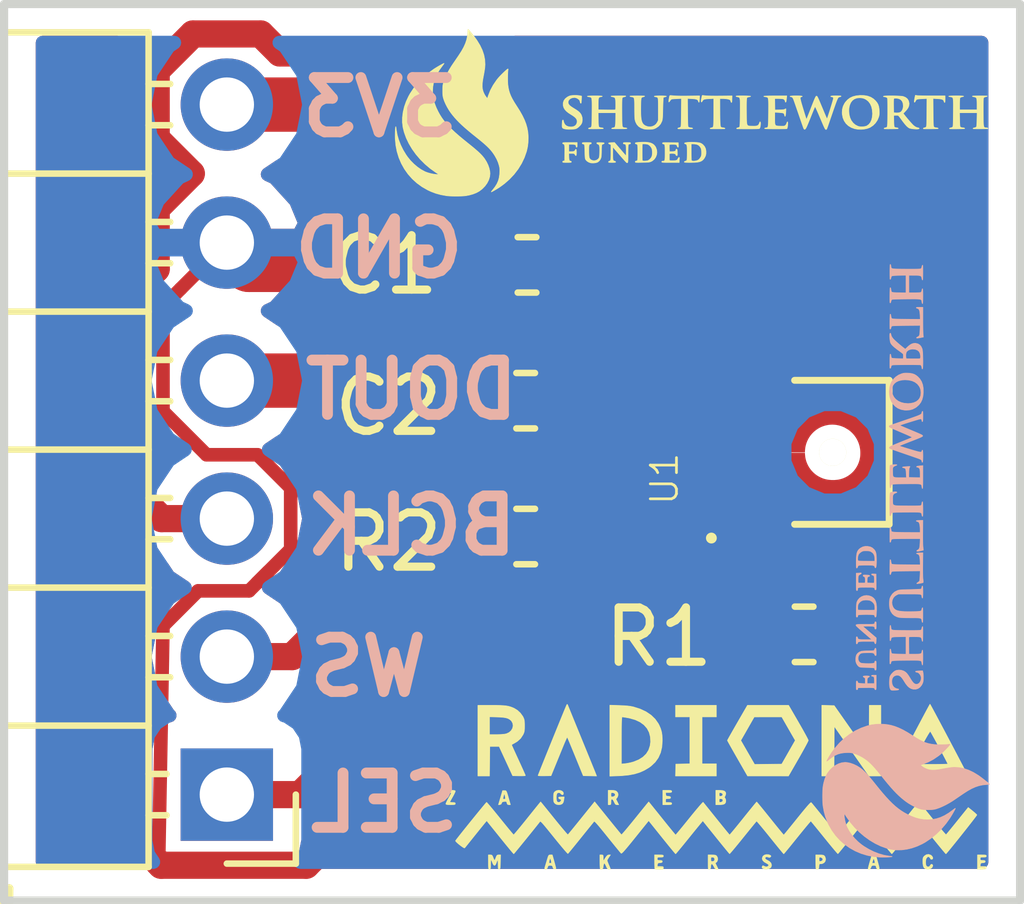
<source format=kicad_pcb>
(kicad_pcb (version 20171130) (host pcbnew 5.0.1+dfsg1-3~bpo9+1)
  (layers (0 F.Cu signal hide) (31 B.Cu signal hide) (34 B.Paste user) (35 F.Paste user) (36 B.SilkS user) (37 F.SilkS user) (38 B.Mask user) (39 F.Mask user hide) (44 Edge.Cuts user))
  (net 0 "")
  (net 1 3V3)
  (net 2 GND)
  (net 3 SELECT)
  (net 4 WS)
  (net 5 BCLK)
  (net 6 DOUT)
  (net 7 DOUT_MIC)
  (module Capacitor_SMD:C_0603_1608Metric_Pad1.05x0.95mm_HandSolder (layer F.Cu) (at 161.925 83.3 180)
    (fp_text reference C1 (at 2.625 0 180) (layer F.SilkS))
    (fp_text value 100nF)
    (pad 1 smd roundrect (at -0.875 0 180) (size 1.05 0.95) (layers F.Cu F.Paste F.Mask) (net 1 3V3))
    (pad 2 smd roundrect (at 0.875 0 180) (size 1.05 0.95) (layers F.Cu F.Paste F.Mask) (net 2 GND))
  )
  (module Capacitor_SMD:C_0603_1608Metric_Pad1.05x0.95mm_HandSolder (layer F.Cu) (at 161.9 85.8 180)
    (fp_text reference C2 (at 2.525 -0.1 180) (layer F.SilkS))
    (fp_text value 220pF)
    (pad 2 smd roundrect (at 0.875 0 180) (size 1.05 0.95) (layers F.Cu F.Paste F.Mask) (net 2 GND))
    (pad 1 smd roundrect (at -0.875 0 180) (size 1.05 0.95) (layers F.Cu F.Paste F.Mask) (net 1 3V3))
  )
  (module Resistor_SMD:R_0603_1608Metric_Pad1.05x0.95mm_HandSolder (layer F.Cu) (at 167.025 90.1)
    (fp_text reference R1 (at -2.675 0.05) (layer F.SilkS))
    (fp_text value 1K)
    (pad 2 smd roundrect (at 0.875 0) (size 1.05 0.95) (layers F.Cu F.Paste F.Mask) (net 2 GND))
    (pad 1 smd roundrect (at -0.875 0) (size 1.05 0.95) (layers F.Cu F.Paste F.Mask) (net 3 SELECT))
  )
  (module Resistor_SMD:R_0603_1608Metric_Pad1.05x0.95mm_HandSolder (layer F.Cu) (at 161.9 88.3 180)
    (fp_text reference R2 (at 2.525 -0.1 180) (layer F.SilkS))
    (fp_text value 68R)
    (pad 1 smd roundrect (at -0.875 0 180) (size 1.05 0.95) (layers F.Cu F.Paste F.Mask) (net 7 DOUT_MIC))
    (pad 2 smd roundrect (at 0.875 0 180) (size 1.05 0.95) (layers F.Cu F.Paste F.Mask) (net 6 DOUT))
  )
  (module SPH0645LM4H-B:MIC_SPH0645LM4H-B (layer F.Cu) (at 167.55 86.75 90)
    (fp_text reference U1 (at -0.48826 -3.09539 90) (layer F.SilkS) (effects (font (size 0.482429 0.482429) (thickness 0.05))))
    (fp_text value "" (at -0.181738 1.7423 90) (layer F.SilkS) (effects (font (size 0.481966 0.481966) (thickness 0.05))))
    (fp_poly (pts (xy -0.01 -0.51) (xy -0.01 -0.81) (xy -0.035814 -0.810016) (xy -0.077393 -0.807837) (xy -0.118801 -0.803485) (xy -0.159925 -0.796972) (xy -0.200652 -0.788315) (xy -0.240869 -0.777539) (xy -0.280468 -0.764673) (xy -0.319339 -0.749752) (xy -0.357376 -0.732817) (xy -0.394475 -0.713915) (xy -0.430533 -0.693097) (xy -0.465452 -0.67042) (xy -0.499137 -0.645947) (xy -0.531495 -0.619745) (xy -0.562437 -0.591885) (xy -0.591878 -0.562444) (xy -0.619739 -0.531502) (xy -0.645942 -0.499145) (xy -0.670415 -0.46546) (xy -0.693092 -0.430541) (xy -0.713911 -0.394483) (xy -0.732813 -0.357385) (xy -0.749749 -0.319348) (xy -0.76467 -0.280477) (xy -0.777537 -0.240879) (xy -0.788313 -0.200661) (xy -0.79697 -0.159934) (xy -0.803484 -0.118811) (xy -0.807836 -0.077402) (xy -0.810015 -0.035823) (xy -0.81 -0.02) (xy -0.81 0.001729) (xy -0.807725 0.045138) (xy -0.803182 0.088369) (xy -0.796382 0.131302) (xy -0.787345 0.173821) (xy -0.776094 0.215809) (xy -0.762662 0.25715) (xy -0.747085 0.297731) (xy -0.729405 0.337442) (xy -0.70967 0.376173) (xy -0.687936 0.413818) (xy -0.664262 0.450274) (xy -0.638712 0.485441) (xy -0.611356 0.519223) (xy -0.58227 0.551526) (xy -0.551534 0.582264) (xy -0.51923 0.61135) (xy -0.485449 0.638706) (xy -0.450282 0.664256) (xy -0.413827 0.687931) (xy -0.376182 0.709666) (xy -0.337451 0.7294) (xy -0.297741 0.747081) (xy -0.257159 0.762659) (xy -0.215818 0.776092) (xy -0.173831 0.787342) (xy -0.131312 0.79638) (xy -0.088379 0.803181) (xy -0.045148 0.807725) (xy -0.001739 0.81) (xy 0.02 0.81) (xy 0.03 0.81) (xy 0.05042 0.81) (xy 0.091214 0.807862) (xy 0.131841 0.803593) (xy 0.172188 0.797202) (xy 0.212145 0.788709) (xy 0.251603 0.778137) (xy 0.290454 0.765514) (xy 0.328591 0.750875) (xy 0.36591 0.73426) (xy 0.402307 0.715714) (xy 0.437685 0.69529) (xy 0.471944 0.673041) (xy 0.504993 0.64903) (xy 0.536739 0.623323) (xy 0.567097 0.595989) (xy 0.595983 0.567104) (xy 0.623317 0.536747) (xy 0.649025 0.505) (xy 0.673036 0.471952) (xy 0.695285 0.437692) (xy 0.71571 0.402315) (xy 0.734256 0.365918) (xy 0.750871 0.3286) (xy 0.765511 0.290463) (xy 0.778134 0.251612) (xy 0.788707 0.212154) (xy 0.797201 0.172197) (xy 0.803591 0.13185) (xy 0.807862 0.091224) (xy 0.81 0.05043) (xy 0.81 0.03) (xy 0.81 0) (xy 0.81 -0.021206) (xy 0.80778 -0.063569) (xy 0.803346 -0.105758) (xy 0.79671 -0.147657) (xy 0.787891 -0.189151) (xy 0.776911 -0.230127) (xy 0.763803 -0.270472) (xy 0.748601 -0.310075) (xy 0.731347 -0.348829) (xy 0.712088 -0.386627) (xy 0.690878 -0.423365) (xy 0.667774 -0.458942) (xy 0.642839 -0.493262) (xy 0.616143 -0.526229) (xy 0.587758 -0.557755) (xy 0.557762 -0.587751) (xy 0.526237 -0.616137) (xy 0.49327 -0.642833) (xy 0.45895 -0.667768) (xy 0.423373 -0.690873) (xy 0.386635 -0.712083) (xy 0.348838 -0.731342) (xy 0.310084 -0.748597) (xy 0.270481 -0.7638) (xy 0.230136 -0.776909) (xy 0.18916 -0.787888) (xy 0.147666 -0.796708) (xy 0.105767 -0.803345) (xy 0.063578 -0.807779) (xy 0.021215 -0.81) (xy 0 -0.81) (xy 0 -0.51) (xy 0.009406 -0.510179) (xy 0.035839 -0.509256) (xy 0.062187 -0.506951) (xy 0.088379 -0.50327) (xy 0.114342 -0.498223) (xy 0.140005 -0.491825) (xy 0.165299 -0.484092) (xy 0.190153 -0.475046) (xy 0.214499 -0.464712) (xy 0.238272 -0.453117) (xy 0.261405 -0.440295) (xy 0.283835 -0.426279) (xy 0.305501 -0.411109) (xy 0.326343 -0.394825) (xy 0.346304 -0.377473) (xy 0.36533 -0.3591) (xy 0.383369 -0.339756) (xy 0.40037 -0.319495) (xy 0.416288 -0.298372) (xy 0.431078 -0.276445) (xy 0.4447 -0.253774) (xy 0.457118 -0.230421) (xy 0.468296 -0.20645) (xy 0.478204 -0.181927) (xy 0.486815 -0.156919) (xy 0.494105 -0.131494) (xy 0.500055 -0.105723) (xy 0.504648 -0.079676) (xy 0.507872 -0.053424) (xy 0.509717 -0.027039) (xy 0.51 -0.01) (xy 0.51 0.003614) (xy 0.508575 0.03081) (xy 0.505728 0.057894) (xy 0.501468 0.084792) (xy 0.495806 0.11143) (xy 0.488758 0.137736) (xy 0.480343 0.163636) (xy 0.470583 0.189061) (xy 0.459507 0.21394) (xy 0.447143 0.238205) (xy 0.433526 0.26179) (xy 0.418694 0.28463) (xy 0.402687 0.306662) (xy 0.385549 0.327826) (xy 0.367326 0.348065) (xy 0.348069 0.367322) (xy 0.327831 0.385545) (xy 0.306667 0.402683) (xy 0.284635 0.418691) (xy 0.261795 0.433523) (xy 0.23821 0.44714) (xy 0.213945 0.459504) (xy 0.189066 0.470581) (xy 0.163642 0.48034) (xy 0.137742 0.488756) (xy 0.111436 0.495805) (xy 0.084798 0.501467) (xy 0.0579 0.505728) (xy 0.030816 0.508574) (xy 0.00362 0.51) (xy -0.01 0.51) (xy -0.02 0.51) (xy -0.032828 0.51) (xy -0.058455 0.508657) (xy -0.083977 0.505975) (xy -0.109323 0.501961) (xy -0.134425 0.496625) (xy -0.159212 0.489983) (xy -0.183619 0.482054) (xy -0.207576 0.472857) (xy -0.23102 0.46242) (xy -0.253885 0.450769) (xy -0.27611 0.437938) (xy -0.297632 0.423962) (xy -0.318393 0.408878) (xy -0.338336 0.392728) (xy -0.357407 0.375557) (xy -0.375553 0.357411) (xy -0.392725 0.338341) (xy -0.408875 0.318398) (xy -0.423959 0.297637) (xy -0.437935 0.276115) (xy -0.450767 0.25389) (xy -0.462417 0.231025) (xy -0.472855 0.207582) (xy -0.482052 0.183624) (xy -0.489982 0.159218) (xy -0.496624 0.13443) (xy -0.501959 0.109329) (xy -0.505974 0.083983) (xy -0.508657 0.058461) (xy -0.51 0.032834) (xy -0.51 0.02) (xy -0.51 -0.01) (xy -0.51 -0.02309) (xy -0.50863 -0.04924) (xy -0.505893 -0.075283) (xy -0.501796 -0.101146) (xy -0.496352 -0.12676) (xy -0.489575 -0.152053) (xy -0.481483 -0.176958) (xy -0.472099 -0.201405) (xy -0.461449 -0.225327) (xy -0.449561 -0.248658) (xy -0.436468 -0.271336) (xy -0.422206 -0.293298) (xy -0.406814 -0.314483) (xy -0.390335 -0.334833) (xy -0.372814 -0.354293) (xy -0.354297 -0.372809) (xy -0.334838 -0.390331) (xy -0.314487 -0.406811) (xy -0.293303 -0.422203) (xy -0.271341 -0.436465) (xy -0.248664 -0.449558) (xy -0.225332 -0.461446) (xy -0.20141 -0.472097) (xy -0.176963 -0.481481) (xy -0.152059 -0.489573) (xy -0.126766 -0.496351) (xy -0.101152 -0.501795) (xy -0.075288 -0.505892) (xy -0.049246 -0.508629) (xy -0.023096 -0.51)) (layer F.Cu) (width 0.001))
    (pad 2 smd rect (at -0.9 -1.252 90) (size 0.6 0.522) (layers F.Cu F.Paste F.Mask) (net 3 SELECT))
    (pad 1 smd rect (at -0.9 -2.074 90) (size 0.6 0.522) (layers F.Cu F.Paste F.Mask) (net 4 WS))
    (pad 6 smd rect (at 0 -2.074 90) (size 0.6 0.522) (layers F.Cu F.Paste F.Mask) (net 7 DOUT_MIC))
    (pad 5 smd rect (at 0.9 -2.074 90) (size 0.6 0.522) (layers F.Cu F.Paste F.Mask) (net 1 3V3))
    (pad 4 smd rect (at 0.9 -1.252 90) (size 0.6 0.522) (layers F.Cu F.Paste F.Mask) (net 5 BCLK))
    (pad 3 smd rect (at 0.65 -0.02 90) (size 0.1 0.1) (layers F.Cu F.Paste F.Mask) (net 2 GND))
    (pad Hole np_thru_hole circle (at 0 0 90) (size 0.5 0.5) (drill 0.5) (layers *.Cu *.Mask F.SilkS))
  )
  (module Connector_PinHeader_2.54mm:PinHeader_1x06_P2.54mm_Horizontal (layer F.Cu) (at 156.4 93.05 180)
    (fp_text reference J1 (at 4.385 -2.27 180) (layer F.SilkS))
    (fp_text value I2S_PMOD)
    (pad 1 thru_hole rect (at 0 0 180) (size 1.7 1.7) (drill 1) (layers *.Cu *.Mask) (net 3 SELECT))
    (pad 2 thru_hole oval (at 0 2.54 180) (size 1.7 1.7) (drill 1) (layers *.Cu *.Mask) (net 4 WS))
    (pad 3 thru_hole oval (at 0 5.08 180) (size 1.7 1.7) (drill 1) (layers *.Cu *.Mask) (net 5 BCLK))
    (pad 4 thru_hole oval (at 0 7.62 180) (size 1.7 1.7) (drill 1) (layers *.Cu *.Mask) (net 6 DOUT))
    (pad 5 thru_hole oval (at 0 10.16 180) (size 1.7 1.7) (drill 1) (layers *.Cu *.Mask) (net 2 GND))
    (pad 6 thru_hole oval (at 0 12.7 180) (size 1.7 1.7) (drill 1) (layers *.Cu *.Mask) (net 1 3V3))
  )
  (module parts:radiona-10mm (layer F.Cu) (at 165.4 92.9)
    (fp_text reference G*** hide)
    (fp_text value LOGO hide)
  )
  (module parts:shutleworth-12mm (layer F.Cu) (at 164.9 80.5)
    (fp_text reference G*** hide)
    (fp_text value LOGO hide)
  )
  (module parts:shutleworth-12mm (layer B.Cu) (at 168.9 88.8 90)
    (fp_text reference G*** hide)
    (fp_text value LOGO hide)
  )
  (gr_text SEL (at 159.3 93.2) (layer B.SilkS) (effects (font (size 1 1) (thickness 0.2)) (justify mirror)))
  (gr_text WS (at 159 90.7) (layer B.SilkS) (effects (font (size 1 1) (thickness 0.2)) (justify mirror)))
  (gr_text BCLK (at 159.8 88.1) (layer B.SilkS) (effects (font (size 1 1) (thickness 0.2)) (justify mirror)))
  (gr_text DOUT (at 159.8 85.6) (layer B.SilkS) (effects (font (size 1 1) (thickness 0.2)) (justify mirror)))
  (gr_text GND (at 159.2 83) (layer B.SilkS) (effects (font (size 1 1) (thickness 0.2)) (justify mirror)))
  (gr_text 3V3 (at 159.2 80.4) (layer B.SilkS) (effects (font (size 1 1) (thickness 0.2)) (justify mirror)))
  (gr_line (start 152.3 95) (end 152.3 78.5) (layer Edge.Cuts) (width 0.15))
  (gr_line (start 171 95) (end 152.3 95) (layer Edge.Cuts) (width 0.15))
  (gr_line (start 171 78.5) (end 171 95) (layer Edge.Cuts) (width 0.15))
  (gr_line (start 152.3 78.5) (end 171 78.5) (layer Edge.Cuts) (width 0.15))
  (segment (start 162.8 85.775) (end 162.775 85.8) (width 1) (layer F.Cu) (net 1))
  (segment (start 162.8 83.3) (end 162.8 85.775) (width 1) (layer F.Cu) (net 1))
  (segment (start 162.825 85.85) (end 162.775 85.8) (width 0.5) (layer F.Cu) (net 1))
  (segment (start 165.476 85.85) (end 162.825 85.85) (width 0.5) (layer F.Cu) (net 1))
  (segment (start 160.304482 80.4) (end 160.254482 80.35) (width 0.5) (layer F.Cu) (net 1))
  (segment (start 160 80.35) (end 156.4 80.35) (width 0.75) (layer F.Cu) (net 1))
  (segment (start 160.254482 80.35) (end 160 80.35) (width 0.5) (layer F.Cu) (net 1))
  (segment (start 162.300928 82.396446) (end 160.254482 80.35) (width 1) (layer F.Cu) (net 1))
  (segment (start 162.300928 82.800928) (end 162.300928 82.396446) (width 1) (layer F.Cu) (net 1))
  (segment (start 162.8 83.3) (end 162.300928 82.800928) (width 1) (layer F.Cu) (net 1))
  (segment (start 160.254482 80.35) (end 156.4 80.35) (width 1) (layer F.Cu) (net 1))
  (segment (start 161.05 85.775) (end 161.025 85.8) (width 1) (layer F.Cu) (net 2))
  (segment (start 161.05 83.3) (end 161.05 85.775) (width 1) (layer F.Cu) (net 2))
  (segment (start 168.399072 89.600928) (end 168.399072 86.200928) (width 0.5) (layer F.Cu) (net 2))
  (segment (start 167.9 90.1) (end 168.399072 89.600928) (width 0.5) (layer F.Cu) (net 2))
  (segment (start 168.298144 86.1) (end 167.936002 86.1) (width 0.5) (layer F.Cu) (net 2))
  (segment (start 168.399072 86.200928) (end 168.298144 86.1) (width 0.5) (layer F.Cu) (net 2))
  (segment (start 156.81 83.3) (end 156.4 82.89) (width 1) (layer F.Cu) (net 2))
  (segment (start 161.05 83.3) (end 156.81 83.3) (width 1) (layer F.Cu) (net 2))
  (segment (start 155.224999 89.945999) (end 155.870998 89.3) (width 0.25) (layer F.Cu) (net 2))
  (segment (start 155.870998 89.3) (end 156.809002 89.3) (width 0.25) (layer F.Cu) (net 2))
  (segment (start 155.224999 85.994001) (end 155.224999 84.065001) (width 0.25) (layer F.Cu) (net 2))
  (segment (start 156.964001 86.794999) (end 156.025997 86.794999) (width 0.25) (layer F.Cu) (net 2))
  (segment (start 155.550001 83.739999) (end 156.4 82.89) (width 0.25) (layer F.Cu) (net 2))
  (segment (start 155.224999 84.065001) (end 155.550001 83.739999) (width 0.25) (layer F.Cu) (net 2))
  (segment (start 157.575001 87.405999) (end 156.964001 86.794999) (width 0.25) (layer F.Cu) (net 2))
  (segment (start 156.025997 86.794999) (end 155.224999 85.994001) (width 0.25) (layer F.Cu) (net 2))
  (segment (start 157.575001 88.534001) (end 157.575001 87.405999) (width 0.25) (layer F.Cu) (net 2))
  (segment (start 156.959002 89.15) (end 157.575001 88.534001) (width 0.25) (layer F.Cu) (net 2))
  (segment (start 156.959002 89.15) (end 157.159002 88.95) (width 0.25) (layer F.Cu) (net 2))
  (segment (start 156.809002 89.3) (end 156.959002 89.15) (width 0.25) (layer F.Cu) (net 2))
  (segment (start 155.144999 94.305001) (end 155.224999 89.945999) (width 0.25) (layer F.Cu) (net 2))
  (segment (start 168.399072 86.200928) (end 168.188181 86.200928) (width 0.5) (layer F.Cu) (net 2))
  (segment (start 157.860035 94.35) (end 155.189998 94.35) (width 0.5) (layer F.Cu) (net 2))
  (segment (start 167.9 90.1) (end 166.900011 91.099989) (width 0.5) (layer F.Cu) (net 2))
  (segment (start 166.900011 91.099989) (end 161.110046 91.099989) (width 0.5) (layer F.Cu) (net 2))
  (segment (start 155.189998 94.35) (end 155.144999 94.305001) (width 0.5) (layer F.Cu) (net 2))
  (segment (start 161.110046 91.099989) (end 157.860035 94.35) (width 0.5) (layer F.Cu) (net 2))
  (segment (start 166.298 89.952) (end 166.15 90.1) (width 0.5) (layer F.Cu) (net 3))
  (segment (start 166.298 87.65) (end 166.298 89.952) (width 0.5) (layer F.Cu) (net 3))
  (segment (start 166.15 90.1) (end 165.525 90.1) (width 0.5) (layer F.Cu) (net 3))
  (segment (start 165.225022 90.399978) (end 160.400022 90.399978) (width 0.5) (layer F.Cu) (net 3))
  (segment (start 160.400022 90.399978) (end 157.75 93.05) (width 0.5) (layer F.Cu) (net 3))
  (segment (start 165.525 90.1) (end 165.225022 90.399978) (width 0.5) (layer F.Cu) (net 3))
  (segment (start 157.75 93.05) (end 156.4 93.05) (width 0.5) (layer F.Cu) (net 3))
  (segment (start 157.602081 90.51) (end 156.4 90.51) (width 0.5) (layer F.Cu) (net 4))
  (segment (start 165.476 87.65) (end 165.476 87.689) (width 0.5) (layer F.Cu) (net 4))
  (segment (start 165.476 87.689) (end 163.465033 89.699967) (width 0.5) (layer F.Cu) (net 4))
  (segment (start 163.465033 89.699967) (end 158.412114 89.699967) (width 0.5) (layer F.Cu) (net 4))
  (segment (start 158.412114 89.699967) (end 157.602081 90.51) (width 0.5) (layer F.Cu) (net 4))
  (segment (start 157.373992 79.39999) (end 157.024001 79.049999) (width 0.5) (layer F.Cu) (net 5))
  (segment (start 157.024001 79.049999) (end 155.775999 79.049999) (width 0.5) (layer F.Cu) (net 5))
  (segment (start 163.250938 82.002939) (end 160.647989 79.39999) (width 0.5) (layer F.Cu) (net 5))
  (segment (start 155.775999 79.049999) (end 155.099999 79.725999) (width 0.5) (layer F.Cu) (net 5))
  (segment (start 155.099999 82.265999) (end 155.099999 83.376815) (width 0.5) (layer F.Cu) (net 5))
  (segment (start 154.649991 87.422072) (end 155.197919 87.97) (width 0.5) (layer F.Cu) (net 5))
  (segment (start 163.250938 82.253649) (end 163.250938 82.002939) (width 0.5) (layer F.Cu) (net 5))
  (segment (start 154.649991 83.826823) (end 154.649991 87.422072) (width 0.5) (layer F.Cu) (net 5))
  (segment (start 155.745998 81.62) (end 155.099999 82.265999) (width 0.5) (layer F.Cu) (net 5))
  (segment (start 155.099999 79.725999) (end 155.099999 80.974001) (width 0.5) (layer F.Cu) (net 5))
  (segment (start 155.197919 87.97) (end 156.4 87.97) (width 0.5) (layer F.Cu) (net 5))
  (segment (start 160.647989 79.39999) (end 157.373992 79.39999) (width 0.5) (layer F.Cu) (net 5))
  (segment (start 166.298 85.85) (end 166.298 85.300711) (width 0.5) (layer F.Cu) (net 5))
  (segment (start 155.099999 83.376815) (end 154.649991 83.826823) (width 0.5) (layer F.Cu) (net 5))
  (segment (start 155.099999 80.974001) (end 155.745998 81.62) (width 0.5) (layer F.Cu) (net 5))
  (segment (start 166.298 85.300711) (end 165.45 84.452711) (width 0.5) (layer F.Cu) (net 5))
  (segment (start 165.45 84.452711) (end 163.250938 82.253649) (width 0.5) (layer F.Cu) (net 5))
  (segment (start 158.155 85.43) (end 161.025 88.3) (width 1) (layer F.Cu) (net 6))
  (segment (start 156.4 85.43) (end 158.155 85.43) (width 1) (layer F.Cu) (net 6))
  (segment (start 164.325 86.75) (end 165.476 86.75) (width 0.5) (layer F.Cu) (net 7))
  (segment (start 162.775 88.3) (end 164.325 86.75) (width 0.5) (layer F.Cu) (net 7))
  (zone (net 2) (net_name GND) (layer F.Cu) (connect_pads (clearance 0.508)) (min_thickness 0.254) (fill yes (arc_segments 16) (thermal_gap 0.508) (thermal_bridge_width 0.508))
    (polygon (pts (xy 152.3 78.5) (xy 171 78.5) (xy 170.9 95) (xy 152.3 95)))
  )
  (zone (net 2) (net_name GND) (layer B.Cu) (connect_pads (clearance 0.508)) (min_thickness 0.254) (fill yes (arc_segments 16) (thermal_gap 0.508) (thermal_bridge_width 0.508))
    (polygon (pts (xy 152.3 78.5) (xy 171 78.5) (xy 170.9 94.9) (xy 152.4 95)))
  )
)
</source>
